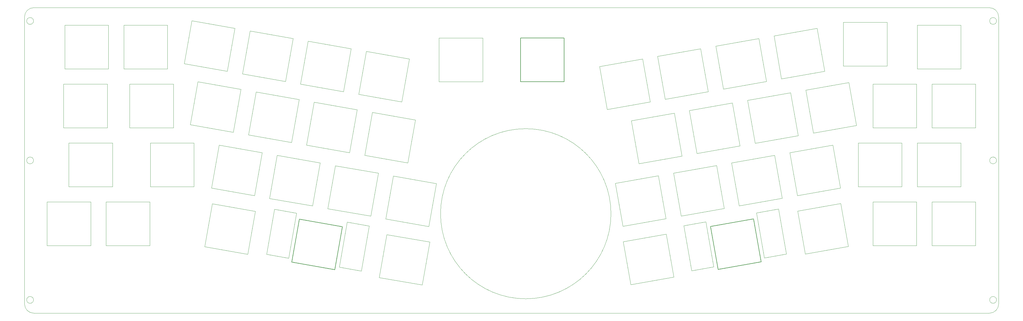
<source format=gbr>
G04 #@! TF.GenerationSoftware,KiCad,Pcbnew,(6.0.0-0)*
G04 #@! TF.CreationDate,2022-01-02T14:55:06+09:00*
G04 #@! TF.ProjectId,aliceball,616c6963-6562-4616-9c6c-2e6b69636164,rev?*
G04 #@! TF.SameCoordinates,Original*
G04 #@! TF.FileFunction,Profile,NP*
%FSLAX46Y46*%
G04 Gerber Fmt 4.6, Leading zero omitted, Abs format (unit mm)*
G04 Created by KiCad (PCBNEW (6.0.0-0)) date 2022-01-02 14:55:06*
%MOMM*%
%LPD*%
G01*
G04 APERTURE LIST*
G04 #@! TA.AperFunction,Profile*
%ADD10C,0.100000*%
G04 #@! TD*
G04 #@! TA.AperFunction,Profile*
%ADD11C,0.120000*%
G04 #@! TD*
G04 #@! TA.AperFunction,Profile*
%ADD12C,0.150000*%
G04 #@! TD*
G04 #@! TA.AperFunction,Profile*
%ADD13C,0.010000*%
G04 #@! TD*
G04 APERTURE END LIST*
D10*
X328625000Y-20250000D02*
G75*
G03*
X325625000Y-17250000I-3000001J-1D01*
G01*
X17275000Y-17250000D02*
G75*
G03*
X14275000Y-20250000I1J-3000001D01*
G01*
X14275000Y-113050000D02*
G75*
G03*
X17275000Y-116050000I3000001J1D01*
G01*
X325625000Y-17250000D02*
X17275000Y-17250000D01*
X328625000Y-113050000D02*
X328625000Y-20250000D01*
X203522000Y-83888000D02*
G75*
G03*
X203522000Y-83888000I-27500000J0D01*
G01*
X325625000Y-116050000D02*
G75*
G03*
X328625000Y-113050000I-1J3000001D01*
G01*
X14275000Y-20250000D02*
X14275000Y-113050000D01*
X17275000Y-116050000D02*
X325625000Y-116050000D01*
D11*
X62295000Y-56071817D02*
X48195000Y-56071817D01*
X48195000Y-56071817D02*
X48195000Y-41971817D01*
X48195000Y-41971817D02*
X62295000Y-41971817D01*
X62295000Y-41971817D02*
X62295000Y-56071817D01*
X60390000Y-37021817D02*
X46290000Y-37021817D01*
X46290000Y-22921817D02*
X60390000Y-22921817D01*
X46290000Y-37021817D02*
X46290000Y-22921817D01*
X60390000Y-22921817D02*
X60390000Y-37021817D01*
X28573500Y-75121817D02*
X28573500Y-61021817D01*
X42673500Y-75121817D02*
X28573500Y-75121817D01*
X42673500Y-61021817D02*
X42673500Y-75121817D01*
X28573500Y-61021817D02*
X42673500Y-61021817D01*
X41340000Y-22921817D02*
X41340000Y-37021817D01*
X41340000Y-37021817D02*
X27240000Y-37021817D01*
X27240000Y-37021817D02*
X27240000Y-22921817D01*
X27240000Y-22921817D02*
X41340000Y-22921817D01*
X40959000Y-56071817D02*
X26859000Y-56071817D01*
X26859000Y-41971817D02*
X40959000Y-41971817D01*
X26859000Y-56071817D02*
X26859000Y-41971817D01*
X40959000Y-41971817D02*
X40959000Y-56071817D01*
D12*
X114417827Y-101968405D02*
X100532038Y-99519966D01*
D11*
X94962736Y-82443436D02*
X92392743Y-97018591D01*
X99483359Y-98268858D02*
X102053352Y-83693703D01*
D12*
X116866266Y-88082616D02*
X114417827Y-101968405D01*
D11*
X92392743Y-97018591D02*
X99483359Y-98268858D01*
D12*
X100532038Y-99519966D02*
X102980477Y-85634177D01*
X102980477Y-85634177D02*
X116866266Y-88082616D01*
D11*
X115831167Y-101151417D02*
X118401160Y-86576263D01*
X118401160Y-86576263D02*
X125491776Y-87826530D01*
X125491776Y-87826530D02*
X122921783Y-102401684D01*
X122921783Y-102401684D02*
X115831167Y-101151417D01*
X102053352Y-83693703D02*
X94962736Y-82443436D01*
X40575000Y-80071817D02*
X54675000Y-80071817D01*
X40575000Y-94171817D02*
X40575000Y-80071817D01*
X54675000Y-94171817D02*
X40575000Y-94171817D01*
X54675000Y-80071817D02*
X54675000Y-94171817D01*
X54862500Y-61021817D02*
X68962500Y-61021817D01*
X54862500Y-75121817D02*
X54862500Y-61021817D01*
X68962500Y-75121817D02*
X54862500Y-75121817D01*
X68962500Y-61021817D02*
X68962500Y-75121817D01*
X82140060Y-23927817D02*
X79691621Y-37813606D01*
X68254271Y-21479378D02*
X82140060Y-23927817D01*
X65805832Y-35365167D02*
X68254271Y-21479378D01*
X79691621Y-37813606D02*
X65805832Y-35365167D01*
X35625000Y-94171817D02*
X21525000Y-94171817D01*
X21525000Y-80071817D02*
X35625000Y-80071817D01*
X21525000Y-94171817D02*
X21525000Y-80071817D01*
X35625000Y-80071817D02*
X35625000Y-94171817D01*
X84566419Y-38673165D02*
X87014858Y-24787376D01*
X100900647Y-27235815D02*
X98452208Y-41121604D01*
X98452208Y-41121604D02*
X84566419Y-38673165D01*
X87014858Y-24787376D02*
X100900647Y-27235815D01*
X145007146Y-93044612D02*
X142558707Y-106930401D01*
X142558707Y-106930401D02*
X128672918Y-104481962D01*
X131121357Y-90596173D02*
X145007146Y-93044612D01*
X128672918Y-104481962D02*
X131121357Y-90596173D01*
X117212796Y-44429602D02*
X103327007Y-41981163D01*
X105775446Y-28095374D02*
X119661235Y-30543813D01*
X119661235Y-30543813D02*
X117212796Y-44429602D01*
X103327007Y-41981163D02*
X105775446Y-28095374D01*
X135973384Y-47737601D02*
X122087595Y-45289162D01*
X122087595Y-45289162D02*
X124536034Y-31403373D01*
X138421823Y-33851812D02*
X135973384Y-47737601D01*
X124536034Y-31403373D02*
X138421823Y-33851812D01*
D12*
X188406000Y-27049500D02*
X188406000Y-41149500D01*
X174306000Y-27049500D02*
X188406000Y-27049500D01*
X188406000Y-41149500D02*
X174306000Y-41149500D01*
X174306000Y-41149500D02*
X174306000Y-27049500D01*
D11*
X321184500Y-94171817D02*
X307084500Y-94171817D01*
X307084500Y-94171817D02*
X307084500Y-80071817D01*
X321184500Y-80071817D02*
X321184500Y-94171817D01*
X307084500Y-80071817D02*
X321184500Y-80071817D01*
X307084500Y-41971817D02*
X321184500Y-41971817D01*
X321184500Y-41971817D02*
X321184500Y-56071817D01*
X307084500Y-56071817D02*
X307084500Y-41971817D01*
X321184500Y-56071817D02*
X307084500Y-56071817D01*
X302322000Y-75121817D02*
X302322000Y-61021817D01*
X316422000Y-61021817D02*
X316422000Y-75121817D01*
X316422000Y-75121817D02*
X302322000Y-75121817D01*
X302322000Y-61021817D02*
X316422000Y-61021817D01*
X316422000Y-22921817D02*
X316422000Y-37021817D01*
X302322000Y-22921817D02*
X316422000Y-22921817D01*
X302322000Y-37021817D02*
X302322000Y-22921817D01*
X316422000Y-37021817D02*
X302322000Y-37021817D01*
D13*
X17175000Y-21550000D02*
G75*
G03*
X17175000Y-21550000I-1100000J0D01*
G01*
X17175000Y-66650000D02*
G75*
G03*
X17175000Y-66650000I-1100000J0D01*
G01*
X17175000Y-111750000D02*
G75*
G03*
X17175000Y-111750000I-1100000J0D01*
G01*
X327925000Y-21550000D02*
G75*
G03*
X327925000Y-21550000I-1100000J0D01*
G01*
X327925000Y-66650000D02*
G75*
G03*
X327925000Y-66650000I-1100000J0D01*
G01*
X327925000Y-111750000D02*
G75*
G03*
X327925000Y-111750000I-1100000J0D01*
G01*
D11*
X302134500Y-41971817D02*
X302134500Y-56071817D01*
X288034500Y-41971817D02*
X302134500Y-41971817D01*
X288034500Y-56071817D02*
X288034500Y-41971817D01*
X302134500Y-56071817D02*
X288034500Y-56071817D01*
X207484930Y-92940730D02*
X221370719Y-90492291D01*
X223819158Y-104378080D02*
X209933369Y-106826519D01*
X221370719Y-90492291D02*
X223819158Y-104378080D01*
X209933369Y-106826519D02*
X207484930Y-92940730D01*
X261209119Y-64123829D02*
X275094908Y-61675390D01*
X277543347Y-75561179D02*
X263657558Y-78009618D01*
X275094908Y-61675390D02*
X277543347Y-75561179D01*
X263657558Y-78009618D02*
X261209119Y-64123829D01*
X256093970Y-26338014D02*
X269979759Y-23889575D01*
X269979759Y-23889575D02*
X272428198Y-37775364D01*
X272428198Y-37775364D02*
X258542409Y-40223803D01*
X258542409Y-40223803D02*
X256093970Y-26338014D01*
X81636587Y-57500434D02*
X67750798Y-55051995D01*
X84085026Y-43614645D02*
X81636587Y-57500434D01*
X70199237Y-41166206D02*
X84085026Y-43614645D01*
X67750798Y-55051995D02*
X70199237Y-41166206D01*
X278509500Y-36069317D02*
X278509500Y-21969317D01*
X292609500Y-21969317D02*
X292609500Y-36069317D01*
X278509500Y-21969317D02*
X292609500Y-21969317D01*
X292609500Y-36069317D02*
X278509500Y-36069317D01*
X112094693Y-82214898D02*
X114543132Y-68329109D01*
X114543132Y-68329109D02*
X128428921Y-70777548D01*
X128428921Y-70777548D02*
X125980482Y-84663337D01*
X125980482Y-84663337D02*
X112094693Y-82214898D01*
X258782759Y-78869177D02*
X244896970Y-81317616D01*
X242448531Y-67431827D02*
X256334320Y-64983388D01*
X256334320Y-64983388D02*
X258782759Y-78869177D01*
X244896970Y-81317616D02*
X242448531Y-67431827D01*
X72391156Y-94557969D02*
X74839595Y-80672180D01*
X74839595Y-80672180D02*
X88725384Y-83120619D01*
X86276945Y-97006408D02*
X72391156Y-94557969D01*
X88725384Y-83120619D02*
X86276945Y-97006408D01*
X218572795Y-32954009D02*
X232458584Y-30505570D01*
X232458584Y-30505570D02*
X234907023Y-44391359D01*
X221021234Y-46839798D02*
X218572795Y-32954009D01*
X234907023Y-44391359D02*
X221021234Y-46839798D01*
X228822210Y-50490638D02*
X242707999Y-48042199D01*
X231270649Y-64376427D02*
X228822210Y-50490638D01*
X245156438Y-61927988D02*
X231270649Y-64376427D01*
X242707999Y-48042199D02*
X245156438Y-61927988D01*
X266343386Y-43874642D02*
X280229175Y-41426203D01*
X280229175Y-41426203D02*
X282677614Y-55311992D01*
X282677614Y-55311992D02*
X268791825Y-57760431D01*
X268791825Y-57760431D02*
X266343386Y-43874642D01*
X261468587Y-44734201D02*
X263917026Y-58619990D01*
X250031237Y-61068429D02*
X247582798Y-47182640D01*
X263917026Y-58619990D02*
X250031237Y-61068429D01*
X247582798Y-47182640D02*
X261468587Y-44734201D01*
X266215132Y-96902526D02*
X263766693Y-83016737D01*
X263766693Y-83016737D02*
X277652482Y-80568298D01*
X280100921Y-94454087D02*
X266215132Y-96902526D01*
X277652482Y-80568298D02*
X280100921Y-94454087D01*
X207375795Y-87933611D02*
X204927356Y-74047822D01*
X218813145Y-71599383D02*
X221261584Y-85485172D01*
X204927356Y-74047822D02*
X218813145Y-71599383D01*
X221261584Y-85485172D02*
X207375795Y-87933611D01*
X124032561Y-64975988D02*
X126481000Y-51090199D01*
X137918350Y-67424427D02*
X124032561Y-64975988D01*
X126481000Y-51090199D02*
X140366789Y-53538638D01*
X140366789Y-53538638D02*
X137918350Y-67424427D01*
X119157762Y-64116429D02*
X105271973Y-61667990D01*
X121606201Y-50230640D02*
X119157762Y-64116429D01*
X107720412Y-47782201D02*
X121606201Y-50230640D01*
X105271973Y-61667990D02*
X107720412Y-47782201D01*
X283272000Y-61021817D02*
X297372000Y-61021817D01*
X283272000Y-75121817D02*
X283272000Y-61021817D01*
X297372000Y-61021817D02*
X297372000Y-75121817D01*
X297372000Y-75121817D02*
X283272000Y-75121817D01*
X95782544Y-65021111D02*
X109668333Y-67469550D01*
X109668333Y-67469550D02*
X107219894Y-81355339D01*
X107219894Y-81355339D02*
X93334105Y-78906900D01*
X93334105Y-78906900D02*
X95782544Y-65021111D01*
X147189509Y-74085544D02*
X144741070Y-87971333D01*
X144741070Y-87971333D02*
X130855281Y-85522894D01*
X133303720Y-71637105D02*
X147189509Y-74085544D01*
X130855281Y-85522894D02*
X133303720Y-71637105D01*
X213697996Y-33813568D02*
X216146435Y-47699357D01*
X199812207Y-36262007D02*
X213697996Y-33813568D01*
X216146435Y-47699357D02*
X202260646Y-50147796D01*
X202260646Y-50147796D02*
X199812207Y-36262007D01*
X86511386Y-58359992D02*
X88959825Y-44474203D01*
X100397175Y-60808431D02*
X86511386Y-58359992D01*
X102845614Y-46922642D02*
X100397175Y-60808431D01*
X88959825Y-44474203D02*
X102845614Y-46922642D01*
X253667611Y-41083362D02*
X239781822Y-43531801D01*
X239781822Y-43531801D02*
X237333383Y-29646012D01*
X251219172Y-27197573D02*
X253667611Y-41083362D01*
X237333383Y-29646012D02*
X251219172Y-27197573D01*
X253008719Y-98164975D02*
X250438726Y-83589820D01*
X234090918Y-86472380D02*
X227000302Y-87722647D01*
D12*
X238074251Y-101864522D02*
X235625812Y-87978733D01*
D11*
X236660911Y-101047534D02*
X234090918Y-86472380D01*
D12*
X251960040Y-99416083D02*
X238074251Y-101864522D01*
D11*
X229570295Y-102297801D02*
X236660911Y-101047534D01*
X260099335Y-96914708D02*
X253008719Y-98164975D01*
D12*
X249511601Y-85530294D02*
X251960040Y-99416083D01*
D11*
X257529342Y-82339553D02*
X260099335Y-96914708D01*
X227000302Y-87722647D02*
X229570295Y-102297801D01*
X250438726Y-83589820D02*
X257529342Y-82339553D01*
D12*
X235625812Y-87978733D02*
X249511601Y-85530294D01*
D11*
X288034500Y-94171817D02*
X288034500Y-80071817D01*
X302134500Y-94171817D02*
X288034500Y-94171817D01*
X302134500Y-80071817D02*
X302134500Y-94171817D01*
X288034500Y-80071817D02*
X302134500Y-80071817D01*
X237573733Y-68291386D02*
X240022172Y-82177175D01*
X226136383Y-84625614D02*
X223687944Y-70739825D01*
X240022172Y-82177175D02*
X226136383Y-84625614D01*
X223687944Y-70739825D02*
X237573733Y-68291386D01*
X77021957Y-61713112D02*
X90907746Y-64161551D01*
X74573518Y-75598901D02*
X77021957Y-61713112D01*
X90907746Y-64161551D02*
X88459307Y-78047340D01*
X88459307Y-78047340D02*
X74573518Y-75598901D01*
X148017000Y-27049500D02*
X162117000Y-27049500D01*
X162117000Y-41149500D02*
X148017000Y-41149500D01*
X148017000Y-41149500D02*
X148017000Y-27049500D01*
X162117000Y-27049500D02*
X162117000Y-41149500D01*
X212510062Y-67684425D02*
X210061623Y-53798636D01*
X210061623Y-53798636D02*
X223947412Y-51350197D01*
X223947412Y-51350197D02*
X226395851Y-65235986D01*
X226395851Y-65235986D02*
X212510062Y-67684425D01*
M02*

</source>
